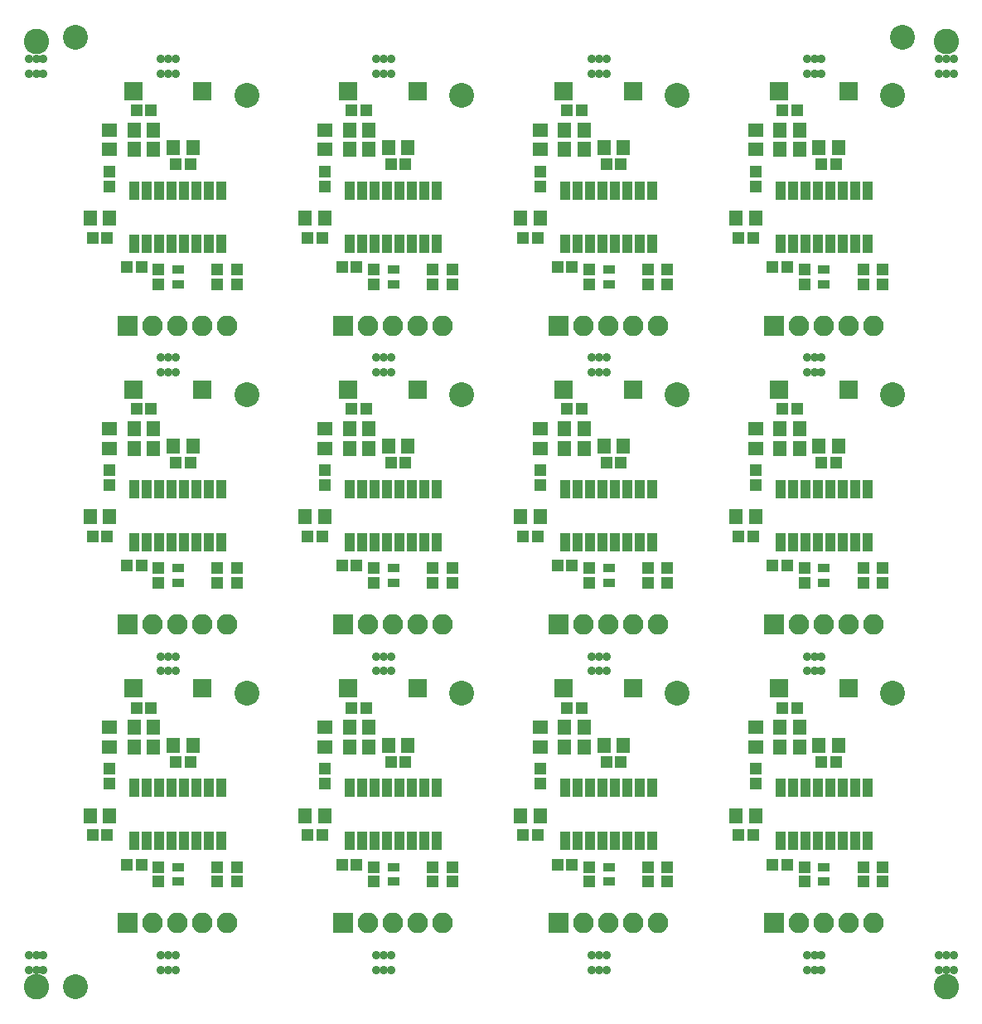
<source format=gts>
%TF.GenerationSoftware,KiCad,Pcbnew,4.0.7*%
%TF.CreationDate,2018-10-20T21:32:18+02:00*%
%TF.ProjectId,RFID_board_PANNEL,524649445F626F6172645F50414E4E45,rev?*%
%TF.FileFunction,Soldermask,Top*%
%FSLAX46Y46*%
G04 Gerber Fmt 4.6, Leading zero omitted, Abs format (unit mm)*
G04 Created by KiCad (PCBNEW 4.0.7) date 2018 October 20, Saturday 21:32:18*
%MOMM*%
%LPD*%
G01*
G04 APERTURE LIST*
%ADD10C,0.100000*%
%ADD11C,0.900000*%
%ADD12C,2.600000*%
%ADD13C,2.540000*%
%ADD14R,1.150000X1.200000*%
%ADD15R,1.300000X0.900000*%
%ADD16R,2.100000X2.100000*%
%ADD17O,2.100000X2.100000*%
%ADD18R,1.200000X1.150000*%
%ADD19R,1.900000X1.900000*%
%ADD20R,1.400000X1.650000*%
%ADD21R,1.000000X1.900000*%
%ADD22R,1.650000X1.400000*%
G04 APERTURE END LIST*
D10*
D11*
X150500000Y-21750000D03*
X150500000Y-20250000D03*
X151250000Y-21750000D03*
X149750000Y-21750000D03*
X149750000Y-20250000D03*
X151250000Y-20250000D03*
D12*
X150500000Y-115000000D03*
D11*
X243500000Y-111750000D03*
X243500000Y-113250000D03*
X242750000Y-111750000D03*
X244250000Y-111750000D03*
X244250000Y-113250000D03*
X242750000Y-113250000D03*
X243500000Y-21750000D03*
X243500000Y-20250000D03*
X242750000Y-21750000D03*
X244250000Y-21750000D03*
X244250000Y-20250000D03*
X242750000Y-20250000D03*
X150500000Y-111750000D03*
X150500000Y-113250000D03*
X151250000Y-111750000D03*
X149750000Y-111750000D03*
X149750000Y-113250000D03*
X151250000Y-113250000D03*
D13*
X239000000Y-18000000D03*
X154500000Y-18000000D03*
X154500000Y-115000000D03*
D12*
X243500000Y-18500000D03*
X243500000Y-115000000D03*
D14*
X235000000Y-72250000D03*
X235000000Y-73750000D03*
X237000000Y-73750000D03*
X237000000Y-72250000D03*
D15*
X231000000Y-73750000D03*
X231000000Y-72250000D03*
D16*
X225880000Y-78000000D03*
D17*
X228420000Y-78000000D03*
X230960000Y-78000000D03*
X233500000Y-78000000D03*
X236040000Y-78000000D03*
D14*
X229000000Y-73750000D03*
X229000000Y-72250000D03*
D18*
X225750000Y-72000000D03*
X227250000Y-72000000D03*
D11*
X230000000Y-81250000D03*
X230000000Y-82750000D03*
X230750000Y-81250000D03*
X229250000Y-81250000D03*
X229250000Y-82750000D03*
X230750000Y-82750000D03*
D19*
X233500000Y-84500000D03*
D13*
X238000000Y-85000000D03*
D19*
X226400000Y-84500000D03*
D18*
X228250000Y-86500000D03*
X226750000Y-86500000D03*
D20*
X222000000Y-97500000D03*
X224000000Y-97500000D03*
D18*
X225750000Y-102500000D03*
X227250000Y-102500000D03*
X222250000Y-99500000D03*
X223750000Y-99500000D03*
D21*
X235445000Y-94700000D03*
X234175000Y-94700000D03*
X232905000Y-94700000D03*
X231635000Y-94700000D03*
X230365000Y-94700000D03*
X229095000Y-94700000D03*
X227825000Y-94700000D03*
X226555000Y-94700000D03*
X226555000Y-100100000D03*
X227825000Y-100100000D03*
X229095000Y-100100000D03*
X230365000Y-100100000D03*
X231635000Y-100100000D03*
X232905000Y-100100000D03*
X234175000Y-100100000D03*
X235445000Y-100100000D03*
D14*
X229000000Y-104250000D03*
X229000000Y-102750000D03*
D20*
X232500000Y-90300000D03*
X230500000Y-90300000D03*
D14*
X224000000Y-94250000D03*
X224000000Y-92750000D03*
D20*
X226500000Y-88500000D03*
X228500000Y-88500000D03*
D18*
X232250000Y-92000000D03*
X230750000Y-92000000D03*
D22*
X224000000Y-90500000D03*
X224000000Y-88500000D03*
D20*
X228500000Y-90500000D03*
X226500000Y-90500000D03*
D11*
X230000000Y-111750000D03*
X230000000Y-113250000D03*
X230750000Y-111750000D03*
X229250000Y-111750000D03*
X229250000Y-113250000D03*
X230750000Y-113250000D03*
D14*
X235000000Y-102750000D03*
X235000000Y-104250000D03*
X237000000Y-104250000D03*
X237000000Y-102750000D03*
D16*
X225880000Y-108500000D03*
D17*
X228420000Y-108500000D03*
X230960000Y-108500000D03*
X233500000Y-108500000D03*
X236040000Y-108500000D03*
D15*
X231000000Y-104250000D03*
X231000000Y-102750000D03*
D21*
X235445000Y-64200000D03*
X234175000Y-64200000D03*
X232905000Y-64200000D03*
X231635000Y-64200000D03*
X230365000Y-64200000D03*
X229095000Y-64200000D03*
X227825000Y-64200000D03*
X226555000Y-64200000D03*
X226555000Y-69600000D03*
X227825000Y-69600000D03*
X229095000Y-69600000D03*
X230365000Y-69600000D03*
X231635000Y-69600000D03*
X232905000Y-69600000D03*
X234175000Y-69600000D03*
X235445000Y-69600000D03*
D20*
X222000000Y-67000000D03*
X224000000Y-67000000D03*
D18*
X222250000Y-69000000D03*
X223750000Y-69000000D03*
D14*
X224000000Y-63750000D03*
X224000000Y-62250000D03*
D11*
X230000000Y-50750000D03*
X230000000Y-52250000D03*
X230750000Y-50750000D03*
X229250000Y-50750000D03*
X229250000Y-52250000D03*
X230750000Y-52250000D03*
D19*
X226400000Y-54000000D03*
D13*
X238000000Y-54500000D03*
D19*
X233500000Y-54000000D03*
D18*
X228250000Y-56000000D03*
X226750000Y-56000000D03*
D20*
X228500000Y-60000000D03*
X226500000Y-60000000D03*
D22*
X224000000Y-60000000D03*
X224000000Y-58000000D03*
D20*
X226500000Y-58000000D03*
X228500000Y-58000000D03*
X232500000Y-59800000D03*
X230500000Y-59800000D03*
D18*
X232250000Y-61500000D03*
X230750000Y-61500000D03*
D14*
X229000000Y-43250000D03*
X229000000Y-41750000D03*
D15*
X231000000Y-43250000D03*
X231000000Y-41750000D03*
D14*
X237000000Y-43250000D03*
X237000000Y-41750000D03*
D18*
X225750000Y-41500000D03*
X227250000Y-41500000D03*
D16*
X225880000Y-47500000D03*
D17*
X228420000Y-47500000D03*
X230960000Y-47500000D03*
X233500000Y-47500000D03*
X236040000Y-47500000D03*
D14*
X235000000Y-41750000D03*
X235000000Y-43250000D03*
D20*
X232500000Y-29300000D03*
X230500000Y-29300000D03*
D21*
X235445000Y-33700000D03*
X234175000Y-33700000D03*
X232905000Y-33700000D03*
X231635000Y-33700000D03*
X230365000Y-33700000D03*
X229095000Y-33700000D03*
X227825000Y-33700000D03*
X226555000Y-33700000D03*
X226555000Y-39100000D03*
X227825000Y-39100000D03*
X229095000Y-39100000D03*
X230365000Y-39100000D03*
X231635000Y-39100000D03*
X232905000Y-39100000D03*
X234175000Y-39100000D03*
X235445000Y-39100000D03*
D18*
X222250000Y-38500000D03*
X223750000Y-38500000D03*
X232250000Y-31000000D03*
X230750000Y-31000000D03*
D14*
X224000000Y-33250000D03*
X224000000Y-31750000D03*
D20*
X222000000Y-36500000D03*
X224000000Y-36500000D03*
D13*
X238000000Y-24000000D03*
D19*
X233500000Y-23500000D03*
D11*
X230000000Y-20250000D03*
X230000000Y-21750000D03*
X230750000Y-20250000D03*
X229250000Y-20250000D03*
X229250000Y-21750000D03*
X230750000Y-21750000D03*
D20*
X228500000Y-29500000D03*
X226500000Y-29500000D03*
D18*
X228250000Y-25500000D03*
X226750000Y-25500000D03*
D22*
X224000000Y-29500000D03*
X224000000Y-27500000D03*
D19*
X226400000Y-23500000D03*
D20*
X226500000Y-27500000D03*
X228500000Y-27500000D03*
D14*
X213000000Y-72250000D03*
X213000000Y-73750000D03*
X215000000Y-73750000D03*
X215000000Y-72250000D03*
D15*
X209000000Y-73750000D03*
X209000000Y-72250000D03*
D16*
X203880000Y-78000000D03*
D17*
X206420000Y-78000000D03*
X208960000Y-78000000D03*
X211500000Y-78000000D03*
X214040000Y-78000000D03*
D14*
X207000000Y-73750000D03*
X207000000Y-72250000D03*
D18*
X203750000Y-72000000D03*
X205250000Y-72000000D03*
D11*
X208000000Y-81250000D03*
X208000000Y-82750000D03*
X208750000Y-81250000D03*
X207250000Y-81250000D03*
X207250000Y-82750000D03*
X208750000Y-82750000D03*
D19*
X211500000Y-84500000D03*
D13*
X216000000Y-85000000D03*
D19*
X204400000Y-84500000D03*
D18*
X206250000Y-86500000D03*
X204750000Y-86500000D03*
D20*
X200000000Y-97500000D03*
X202000000Y-97500000D03*
D18*
X203750000Y-102500000D03*
X205250000Y-102500000D03*
X200250000Y-99500000D03*
X201750000Y-99500000D03*
D21*
X213445000Y-94700000D03*
X212175000Y-94700000D03*
X210905000Y-94700000D03*
X209635000Y-94700000D03*
X208365000Y-94700000D03*
X207095000Y-94700000D03*
X205825000Y-94700000D03*
X204555000Y-94700000D03*
X204555000Y-100100000D03*
X205825000Y-100100000D03*
X207095000Y-100100000D03*
X208365000Y-100100000D03*
X209635000Y-100100000D03*
X210905000Y-100100000D03*
X212175000Y-100100000D03*
X213445000Y-100100000D03*
D14*
X207000000Y-104250000D03*
X207000000Y-102750000D03*
D20*
X210500000Y-90300000D03*
X208500000Y-90300000D03*
D14*
X202000000Y-94250000D03*
X202000000Y-92750000D03*
D20*
X204500000Y-88500000D03*
X206500000Y-88500000D03*
D18*
X210250000Y-92000000D03*
X208750000Y-92000000D03*
D22*
X202000000Y-90500000D03*
X202000000Y-88500000D03*
D20*
X206500000Y-90500000D03*
X204500000Y-90500000D03*
D11*
X208000000Y-111750000D03*
X208000000Y-113250000D03*
X208750000Y-111750000D03*
X207250000Y-111750000D03*
X207250000Y-113250000D03*
X208750000Y-113250000D03*
D14*
X213000000Y-102750000D03*
X213000000Y-104250000D03*
X215000000Y-104250000D03*
X215000000Y-102750000D03*
D16*
X203880000Y-108500000D03*
D17*
X206420000Y-108500000D03*
X208960000Y-108500000D03*
X211500000Y-108500000D03*
X214040000Y-108500000D03*
D15*
X209000000Y-104250000D03*
X209000000Y-102750000D03*
D21*
X213445000Y-64200000D03*
X212175000Y-64200000D03*
X210905000Y-64200000D03*
X209635000Y-64200000D03*
X208365000Y-64200000D03*
X207095000Y-64200000D03*
X205825000Y-64200000D03*
X204555000Y-64200000D03*
X204555000Y-69600000D03*
X205825000Y-69600000D03*
X207095000Y-69600000D03*
X208365000Y-69600000D03*
X209635000Y-69600000D03*
X210905000Y-69600000D03*
X212175000Y-69600000D03*
X213445000Y-69600000D03*
D20*
X200000000Y-67000000D03*
X202000000Y-67000000D03*
D18*
X200250000Y-69000000D03*
X201750000Y-69000000D03*
D14*
X202000000Y-63750000D03*
X202000000Y-62250000D03*
D11*
X208000000Y-50750000D03*
X208000000Y-52250000D03*
X208750000Y-50750000D03*
X207250000Y-50750000D03*
X207250000Y-52250000D03*
X208750000Y-52250000D03*
D19*
X204400000Y-54000000D03*
D13*
X216000000Y-54500000D03*
D19*
X211500000Y-54000000D03*
D18*
X206250000Y-56000000D03*
X204750000Y-56000000D03*
D20*
X206500000Y-60000000D03*
X204500000Y-60000000D03*
D22*
X202000000Y-60000000D03*
X202000000Y-58000000D03*
D20*
X204500000Y-58000000D03*
X206500000Y-58000000D03*
X210500000Y-59800000D03*
X208500000Y-59800000D03*
D18*
X210250000Y-61500000D03*
X208750000Y-61500000D03*
D14*
X207000000Y-43250000D03*
X207000000Y-41750000D03*
D15*
X209000000Y-43250000D03*
X209000000Y-41750000D03*
D14*
X215000000Y-43250000D03*
X215000000Y-41750000D03*
D18*
X203750000Y-41500000D03*
X205250000Y-41500000D03*
D16*
X203880000Y-47500000D03*
D17*
X206420000Y-47500000D03*
X208960000Y-47500000D03*
X211500000Y-47500000D03*
X214040000Y-47500000D03*
D14*
X213000000Y-41750000D03*
X213000000Y-43250000D03*
D20*
X210500000Y-29300000D03*
X208500000Y-29300000D03*
D21*
X213445000Y-33700000D03*
X212175000Y-33700000D03*
X210905000Y-33700000D03*
X209635000Y-33700000D03*
X208365000Y-33700000D03*
X207095000Y-33700000D03*
X205825000Y-33700000D03*
X204555000Y-33700000D03*
X204555000Y-39100000D03*
X205825000Y-39100000D03*
X207095000Y-39100000D03*
X208365000Y-39100000D03*
X209635000Y-39100000D03*
X210905000Y-39100000D03*
X212175000Y-39100000D03*
X213445000Y-39100000D03*
D18*
X200250000Y-38500000D03*
X201750000Y-38500000D03*
X210250000Y-31000000D03*
X208750000Y-31000000D03*
D14*
X202000000Y-33250000D03*
X202000000Y-31750000D03*
D20*
X200000000Y-36500000D03*
X202000000Y-36500000D03*
D13*
X216000000Y-24000000D03*
D19*
X211500000Y-23500000D03*
D11*
X208000000Y-20250000D03*
X208000000Y-21750000D03*
X208750000Y-20250000D03*
X207250000Y-20250000D03*
X207250000Y-21750000D03*
X208750000Y-21750000D03*
D20*
X206500000Y-29500000D03*
X204500000Y-29500000D03*
D18*
X206250000Y-25500000D03*
X204750000Y-25500000D03*
D22*
X202000000Y-29500000D03*
X202000000Y-27500000D03*
D19*
X204400000Y-23500000D03*
D20*
X204500000Y-27500000D03*
X206500000Y-27500000D03*
D11*
X186000000Y-111750000D03*
X186000000Y-113250000D03*
X186750000Y-111750000D03*
X185250000Y-111750000D03*
X185250000Y-113250000D03*
X186750000Y-113250000D03*
X164000000Y-111750000D03*
X164000000Y-113250000D03*
X164750000Y-111750000D03*
X163250000Y-111750000D03*
X163250000Y-113250000D03*
X164750000Y-113250000D03*
D19*
X182400000Y-54000000D03*
D11*
X186000000Y-50750000D03*
X186000000Y-52250000D03*
X186750000Y-50750000D03*
X185250000Y-50750000D03*
X185250000Y-52250000D03*
X186750000Y-52250000D03*
D14*
X185000000Y-43250000D03*
X185000000Y-41750000D03*
D18*
X181750000Y-41500000D03*
X183250000Y-41500000D03*
D16*
X181880000Y-47500000D03*
D17*
X184420000Y-47500000D03*
X186960000Y-47500000D03*
X189500000Y-47500000D03*
X192040000Y-47500000D03*
D14*
X191000000Y-41750000D03*
X191000000Y-43250000D03*
D15*
X187000000Y-43250000D03*
X187000000Y-41750000D03*
D14*
X193000000Y-43250000D03*
X193000000Y-41750000D03*
D20*
X184500000Y-29500000D03*
X182500000Y-29500000D03*
D22*
X180000000Y-29500000D03*
X180000000Y-27500000D03*
D20*
X178000000Y-36500000D03*
X180000000Y-36500000D03*
D18*
X178250000Y-38500000D03*
X179750000Y-38500000D03*
X188250000Y-31000000D03*
X186750000Y-31000000D03*
D20*
X188500000Y-29300000D03*
X186500000Y-29300000D03*
D14*
X180000000Y-33250000D03*
X180000000Y-31750000D03*
D21*
X191445000Y-33700000D03*
X190175000Y-33700000D03*
X188905000Y-33700000D03*
X187635000Y-33700000D03*
X186365000Y-33700000D03*
X185095000Y-33700000D03*
X183825000Y-33700000D03*
X182555000Y-33700000D03*
X182555000Y-39100000D03*
X183825000Y-39100000D03*
X185095000Y-39100000D03*
X186365000Y-39100000D03*
X187635000Y-39100000D03*
X188905000Y-39100000D03*
X190175000Y-39100000D03*
X191445000Y-39100000D03*
D18*
X184250000Y-56000000D03*
X182750000Y-56000000D03*
D20*
X184500000Y-60000000D03*
X182500000Y-60000000D03*
X182500000Y-58000000D03*
X184500000Y-58000000D03*
D22*
X180000000Y-60000000D03*
X180000000Y-58000000D03*
D14*
X180000000Y-63750000D03*
X180000000Y-62250000D03*
D20*
X178000000Y-67000000D03*
X180000000Y-67000000D03*
D21*
X191445000Y-64200000D03*
X190175000Y-64200000D03*
X188905000Y-64200000D03*
X187635000Y-64200000D03*
X186365000Y-64200000D03*
X185095000Y-64200000D03*
X183825000Y-64200000D03*
X182555000Y-64200000D03*
X182555000Y-69600000D03*
X183825000Y-69600000D03*
X185095000Y-69600000D03*
X186365000Y-69600000D03*
X187635000Y-69600000D03*
X188905000Y-69600000D03*
X190175000Y-69600000D03*
X191445000Y-69600000D03*
D18*
X178250000Y-69000000D03*
X179750000Y-69000000D03*
D14*
X191000000Y-72250000D03*
X191000000Y-73750000D03*
X193000000Y-73750000D03*
X193000000Y-72250000D03*
X185000000Y-73750000D03*
X185000000Y-72250000D03*
D18*
X181750000Y-72000000D03*
X183250000Y-72000000D03*
D15*
X187000000Y-73750000D03*
X187000000Y-72250000D03*
D16*
X181880000Y-78000000D03*
D17*
X184420000Y-78000000D03*
X186960000Y-78000000D03*
X189500000Y-78000000D03*
X192040000Y-78000000D03*
D18*
X188250000Y-61500000D03*
X186750000Y-61500000D03*
D20*
X188500000Y-59800000D03*
X186500000Y-59800000D03*
D13*
X194000000Y-54500000D03*
D19*
X189500000Y-54000000D03*
D20*
X182500000Y-27500000D03*
X184500000Y-27500000D03*
D18*
X184250000Y-25500000D03*
X182750000Y-25500000D03*
D19*
X189500000Y-23500000D03*
X182400000Y-23500000D03*
D11*
X186000000Y-20250000D03*
X186000000Y-21750000D03*
X186750000Y-20250000D03*
X185250000Y-20250000D03*
X185250000Y-21750000D03*
X186750000Y-21750000D03*
D13*
X194000000Y-24000000D03*
D14*
X180000000Y-94250000D03*
X180000000Y-92750000D03*
D22*
X180000000Y-90500000D03*
X180000000Y-88500000D03*
D18*
X178250000Y-99500000D03*
X179750000Y-99500000D03*
D20*
X178000000Y-97500000D03*
X180000000Y-97500000D03*
X188500000Y-90300000D03*
X186500000Y-90300000D03*
D13*
X194000000Y-85000000D03*
D11*
X186000000Y-81250000D03*
X186000000Y-82750000D03*
X186750000Y-81250000D03*
X185250000Y-81250000D03*
X185250000Y-82750000D03*
X186750000Y-82750000D03*
D19*
X189500000Y-84500000D03*
D18*
X181750000Y-102500000D03*
X183250000Y-102500000D03*
D14*
X185000000Y-104250000D03*
X185000000Y-102750000D03*
D16*
X181880000Y-108500000D03*
D17*
X184420000Y-108500000D03*
X186960000Y-108500000D03*
X189500000Y-108500000D03*
X192040000Y-108500000D03*
D14*
X193000000Y-104250000D03*
X193000000Y-102750000D03*
D21*
X191445000Y-94700000D03*
X190175000Y-94700000D03*
X188905000Y-94700000D03*
X187635000Y-94700000D03*
X186365000Y-94700000D03*
X185095000Y-94700000D03*
X183825000Y-94700000D03*
X182555000Y-94700000D03*
X182555000Y-100100000D03*
X183825000Y-100100000D03*
X185095000Y-100100000D03*
X186365000Y-100100000D03*
X187635000Y-100100000D03*
X188905000Y-100100000D03*
X190175000Y-100100000D03*
X191445000Y-100100000D03*
D15*
X187000000Y-104250000D03*
X187000000Y-102750000D03*
D14*
X191000000Y-102750000D03*
X191000000Y-104250000D03*
D18*
X188250000Y-92000000D03*
X186750000Y-92000000D03*
D20*
X184500000Y-90500000D03*
X182500000Y-90500000D03*
X182500000Y-88500000D03*
X184500000Y-88500000D03*
D18*
X184250000Y-86500000D03*
X182750000Y-86500000D03*
D19*
X182400000Y-84500000D03*
D13*
X172000000Y-24000000D03*
D11*
X164000000Y-20250000D03*
X164000000Y-21750000D03*
X164750000Y-20250000D03*
X163250000Y-20250000D03*
X163250000Y-21750000D03*
X164750000Y-21750000D03*
D20*
X156000000Y-36500000D03*
X158000000Y-36500000D03*
X166500000Y-29300000D03*
X164500000Y-29300000D03*
D19*
X160400000Y-23500000D03*
X167500000Y-23500000D03*
D18*
X166250000Y-31000000D03*
X164750000Y-31000000D03*
X162250000Y-25500000D03*
X160750000Y-25500000D03*
D15*
X165000000Y-43250000D03*
X165000000Y-41750000D03*
D16*
X159880000Y-47500000D03*
D17*
X162420000Y-47500000D03*
X164960000Y-47500000D03*
X167500000Y-47500000D03*
X170040000Y-47500000D03*
D20*
X162500000Y-29500000D03*
X160500000Y-29500000D03*
X160500000Y-27500000D03*
X162500000Y-27500000D03*
D14*
X158000000Y-33250000D03*
X158000000Y-31750000D03*
D22*
X158000000Y-29500000D03*
X158000000Y-27500000D03*
D18*
X159750000Y-41500000D03*
X161250000Y-41500000D03*
X156250000Y-38500000D03*
X157750000Y-38500000D03*
D21*
X169445000Y-33700000D03*
X168175000Y-33700000D03*
X166905000Y-33700000D03*
X165635000Y-33700000D03*
X164365000Y-33700000D03*
X163095000Y-33700000D03*
X161825000Y-33700000D03*
X160555000Y-33700000D03*
X160555000Y-39100000D03*
X161825000Y-39100000D03*
X163095000Y-39100000D03*
X164365000Y-39100000D03*
X165635000Y-39100000D03*
X166905000Y-39100000D03*
X168175000Y-39100000D03*
X169445000Y-39100000D03*
D14*
X163000000Y-43250000D03*
X163000000Y-41750000D03*
X169000000Y-41750000D03*
X169000000Y-43250000D03*
X171000000Y-43250000D03*
X171000000Y-41750000D03*
X171000000Y-104250000D03*
X171000000Y-102750000D03*
X169000000Y-102750000D03*
X169000000Y-104250000D03*
X163000000Y-104250000D03*
X163000000Y-102750000D03*
D21*
X169445000Y-94700000D03*
X168175000Y-94700000D03*
X166905000Y-94700000D03*
X165635000Y-94700000D03*
X164365000Y-94700000D03*
X163095000Y-94700000D03*
X161825000Y-94700000D03*
X160555000Y-94700000D03*
X160555000Y-100100000D03*
X161825000Y-100100000D03*
X163095000Y-100100000D03*
X164365000Y-100100000D03*
X165635000Y-100100000D03*
X166905000Y-100100000D03*
X168175000Y-100100000D03*
X169445000Y-100100000D03*
D18*
X156250000Y-99500000D03*
X157750000Y-99500000D03*
X159750000Y-102500000D03*
X161250000Y-102500000D03*
D22*
X158000000Y-90500000D03*
X158000000Y-88500000D03*
D14*
X158000000Y-94250000D03*
X158000000Y-92750000D03*
D20*
X160500000Y-88500000D03*
X162500000Y-88500000D03*
X162500000Y-90500000D03*
X160500000Y-90500000D03*
D16*
X159880000Y-108500000D03*
D17*
X162420000Y-108500000D03*
X164960000Y-108500000D03*
X167500000Y-108500000D03*
X170040000Y-108500000D03*
D15*
X165000000Y-104250000D03*
X165000000Y-102750000D03*
D18*
X162250000Y-86500000D03*
X160750000Y-86500000D03*
X166250000Y-92000000D03*
X164750000Y-92000000D03*
D19*
X167500000Y-84500000D03*
X160400000Y-84500000D03*
D20*
X166500000Y-90300000D03*
X164500000Y-90300000D03*
X156000000Y-97500000D03*
X158000000Y-97500000D03*
D11*
X164000000Y-81250000D03*
X164000000Y-82750000D03*
X164750000Y-81250000D03*
X163250000Y-81250000D03*
X163250000Y-82750000D03*
X164750000Y-82750000D03*
D13*
X172000000Y-85000000D03*
D14*
X171000000Y-73750000D03*
X171000000Y-72250000D03*
X169000000Y-72250000D03*
X169000000Y-73750000D03*
X163000000Y-73750000D03*
X163000000Y-72250000D03*
D21*
X169445000Y-64200000D03*
X168175000Y-64200000D03*
X166905000Y-64200000D03*
X165635000Y-64200000D03*
X164365000Y-64200000D03*
X163095000Y-64200000D03*
X161825000Y-64200000D03*
X160555000Y-64200000D03*
X160555000Y-69600000D03*
X161825000Y-69600000D03*
X163095000Y-69600000D03*
X164365000Y-69600000D03*
X165635000Y-69600000D03*
X166905000Y-69600000D03*
X168175000Y-69600000D03*
X169445000Y-69600000D03*
D18*
X156250000Y-69000000D03*
X157750000Y-69000000D03*
X159750000Y-72000000D03*
X161250000Y-72000000D03*
D22*
X158000000Y-60000000D03*
X158000000Y-58000000D03*
D14*
X158000000Y-63750000D03*
X158000000Y-62250000D03*
D20*
X160500000Y-58000000D03*
X162500000Y-58000000D03*
X162500000Y-60000000D03*
X160500000Y-60000000D03*
D16*
X159880000Y-78000000D03*
D17*
X162420000Y-78000000D03*
X164960000Y-78000000D03*
X167500000Y-78000000D03*
X170040000Y-78000000D03*
D15*
X165000000Y-73750000D03*
X165000000Y-72250000D03*
D18*
X162250000Y-56000000D03*
X160750000Y-56000000D03*
X166250000Y-61500000D03*
X164750000Y-61500000D03*
D19*
X167500000Y-54000000D03*
X160400000Y-54000000D03*
D20*
X166500000Y-59800000D03*
X164500000Y-59800000D03*
X156000000Y-67000000D03*
X158000000Y-67000000D03*
D11*
X164000000Y-50750000D03*
X164000000Y-52250000D03*
X164750000Y-50750000D03*
X163250000Y-50750000D03*
X163250000Y-52250000D03*
X164750000Y-52250000D03*
D13*
X172000000Y-54500000D03*
D12*
X150500000Y-18500000D03*
M02*

</source>
